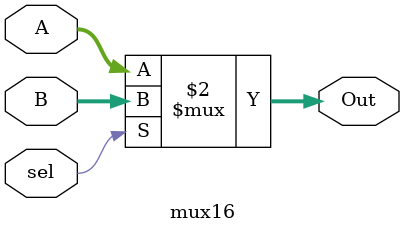
<source format=v>
module mux16 (
    input [15:0] A, B, 
    input sel,       
    output [15:0] Out     
);
    assign Out = (sel == 0) ? A : B;
endmodule
</source>
